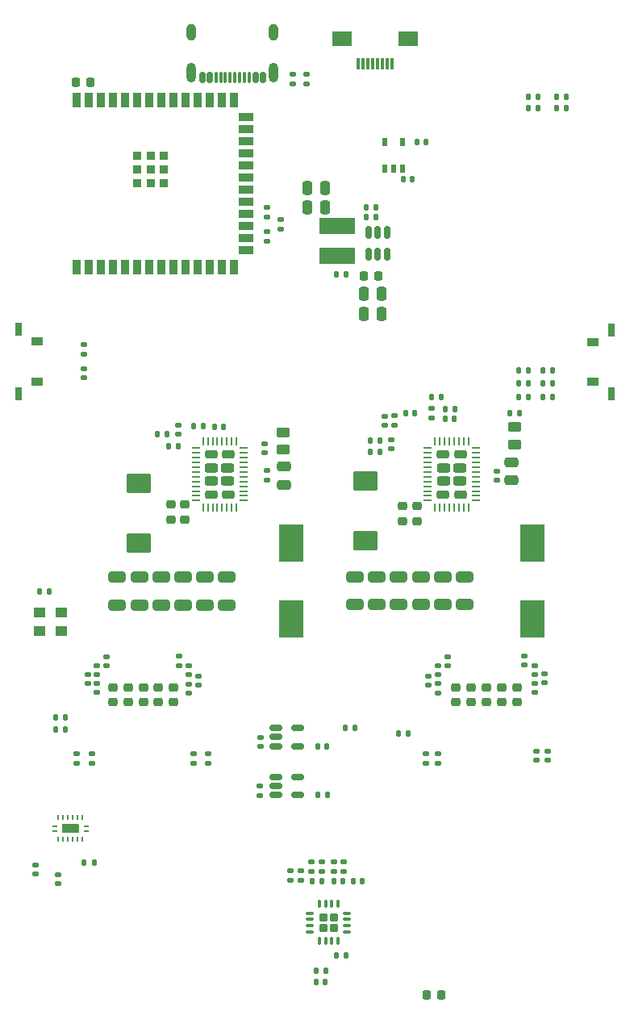
<source format=gbr>
%TF.GenerationSoftware,KiCad,Pcbnew,9.0.1*%
%TF.CreationDate,2025-09-16T14:58:38+08:00*%
%TF.ProjectId,BitaxeGT,42697461-7865-4475-942e-6b696361645f,v800*%
%TF.SameCoordinates,Original*%
%TF.FileFunction,Paste,Bot*%
%TF.FilePolarity,Positive*%
%FSLAX46Y46*%
G04 Gerber Fmt 4.6, Leading zero omitted, Abs format (unit mm)*
G04 Created by KiCad (PCBNEW 9.0.1) date 2025-09-16 14:58:38*
%MOMM*%
%LPD*%
G01*
G04 APERTURE LIST*
G04 Aperture macros list*
%AMRoundRect*
0 Rectangle with rounded corners*
0 $1 Rounding radius*
0 $2 $3 $4 $5 $6 $7 $8 $9 X,Y pos of 4 corners*
0 Add a 4 corners polygon primitive as box body*
4,1,4,$2,$3,$4,$5,$6,$7,$8,$9,$2,$3,0*
0 Add four circle primitives for the rounded corners*
1,1,$1+$1,$2,$3*
1,1,$1+$1,$4,$5*
1,1,$1+$1,$6,$7*
1,1,$1+$1,$8,$9*
0 Add four rect primitives between the rounded corners*
20,1,$1+$1,$2,$3,$4,$5,0*
20,1,$1+$1,$4,$5,$6,$7,0*
20,1,$1+$1,$6,$7,$8,$9,0*
20,1,$1+$1,$8,$9,$2,$3,0*%
G04 Aperture macros list end*
%ADD10C,0.000000*%
%ADD11RoundRect,0.225000X-0.225000X-0.250000X0.225000X-0.250000X0.225000X0.250000X-0.225000X0.250000X0*%
%ADD12R,0.558800X0.952500*%
%ADD13R,3.700000X1.680000*%
%ADD14RoundRect,0.150000X-0.150000X0.512500X-0.150000X-0.512500X0.150000X-0.512500X0.150000X0.512500X0*%
%ADD15RoundRect,0.135000X0.135000X0.185000X-0.135000X0.185000X-0.135000X-0.185000X0.135000X-0.185000X0*%
%ADD16RoundRect,0.135000X-0.135000X-0.185000X0.135000X-0.185000X0.135000X0.185000X-0.135000X0.185000X0*%
%ADD17RoundRect,0.140000X-0.140000X-0.170000X0.140000X-0.170000X0.140000X0.170000X-0.140000X0.170000X0*%
%ADD18RoundRect,0.250000X0.250000X0.475000X-0.250000X0.475000X-0.250000X-0.475000X0.250000X-0.475000X0*%
%ADD19RoundRect,0.135000X0.185000X-0.135000X0.185000X0.135000X-0.185000X0.135000X-0.185000X-0.135000X0*%
%ADD20RoundRect,0.140000X0.170000X-0.140000X0.170000X0.140000X-0.170000X0.140000X-0.170000X-0.140000X0*%
%ADD21RoundRect,0.140000X-0.170000X0.140000X-0.170000X-0.140000X0.170000X-0.140000X0.170000X0.140000X0*%
%ADD22RoundRect,0.250000X-0.650000X0.325000X-0.650000X-0.325000X0.650000X-0.325000X0.650000X0.325000X0*%
%ADD23RoundRect,0.225000X0.225000X0.250000X-0.225000X0.250000X-0.225000X-0.250000X0.225000X-0.250000X0*%
%ADD24RoundRect,0.225000X-0.250000X0.225000X-0.250000X-0.225000X0.250000X-0.225000X0.250000X0.225000X0*%
%ADD25R,1.300000X1.100000*%
%ADD26RoundRect,0.150000X-0.512500X-0.150000X0.512500X-0.150000X0.512500X0.150000X-0.512500X0.150000X0*%
%ADD27RoundRect,0.220588X0.429412X0.229412X-0.429412X0.229412X-0.429412X-0.229412X0.429412X-0.229412X0*%
%ADD28RoundRect,0.232843X0.467157X0.242157X-0.467157X0.242157X-0.467157X-0.242157X0.467157X-0.242157X0*%
%ADD29RoundRect,0.062500X0.337500X0.062500X-0.337500X0.062500X-0.337500X-0.062500X0.337500X-0.062500X0*%
%ADD30RoundRect,0.062500X0.062500X0.337500X-0.062500X0.337500X-0.062500X-0.337500X0.062500X-0.337500X0*%
%ADD31R,0.599999X0.240000*%
%ADD32R,0.240000X0.599999*%
%ADD33RoundRect,0.140000X0.140000X0.170000X-0.140000X0.170000X-0.140000X-0.170000X0.140000X-0.170000X0*%
%ADD34R,1.270000X0.889000*%
%ADD35R,0.787400X1.447800*%
%ADD36RoundRect,0.250000X0.475000X-0.250000X0.475000X0.250000X-0.475000X0.250000X-0.475000X-0.250000X0*%
%ADD37R,2.600000X4.000000*%
%ADD38R,0.300000X1.300000*%
%ADD39R,2.000000X1.600000*%
%ADD40RoundRect,0.150000X-0.150000X-0.425000X0.150000X-0.425000X0.150000X0.425000X-0.150000X0.425000X0*%
%ADD41RoundRect,0.075000X-0.075000X-0.500000X0.075000X-0.500000X0.075000X0.500000X-0.075000X0.500000X0*%
%ADD42O,1.000000X1.800000*%
%ADD43O,1.000000X2.100000*%
%ADD44RoundRect,0.135000X-0.185000X0.135000X-0.185000X-0.135000X0.185000X-0.135000X0.185000X0.135000X0*%
%ADD45RoundRect,0.250000X0.450000X-0.262500X0.450000X0.262500X-0.450000X0.262500X-0.450000X-0.262500X0*%
%ADD46RoundRect,0.250000X-1.025000X0.787500X-1.025000X-0.787500X1.025000X-0.787500X1.025000X0.787500X0*%
%ADD47R,0.900000X1.500000*%
%ADD48R,1.500000X0.900000*%
%ADD49R,0.900000X0.900000*%
%ADD50RoundRect,0.212500X-0.212500X0.212500X-0.212500X-0.212500X0.212500X-0.212500X0.212500X0.212500X0*%
%ADD51RoundRect,0.075000X-0.075000X0.350000X-0.075000X-0.350000X0.075000X-0.350000X0.075000X0.350000X0*%
%ADD52RoundRect,0.075000X-0.350000X0.075000X-0.350000X-0.075000X0.350000X-0.075000X0.350000X0.075000X0*%
G04 APERTURE END LIST*
D10*
%TO.C,U2*%
G36*
X106214999Y-123975000D02*
G01*
X106214999Y-124825000D01*
X106165000Y-124875000D01*
X104475000Y-124875000D01*
X104425001Y-124825000D01*
X104425001Y-123975000D01*
X104475000Y-123925000D01*
X106165000Y-123925000D01*
X106214999Y-123975000D01*
G37*
%TD*%
D11*
%TO.C,C96*%
X137635000Y-66420000D03*
X136085000Y-66420000D03*
%TD*%
D12*
%TO.C,U5*%
X140159800Y-55147950D03*
X139220000Y-55147950D03*
X138280200Y-55147950D03*
X138280200Y-52392050D03*
X140159800Y-52392050D03*
%TD*%
D13*
%TO.C,L3*%
X133290000Y-64280000D03*
X133290000Y-61210000D03*
%TD*%
D14*
%TO.C,U7*%
X136637500Y-61882500D03*
X137587500Y-61882500D03*
X138537500Y-61882500D03*
X138537500Y-64157500D03*
X137587500Y-64157500D03*
X136637500Y-64157500D03*
%TD*%
D15*
%TO.C,R42*%
X137430000Y-59240000D03*
X136410000Y-59240000D03*
%TD*%
D16*
%TO.C,R41*%
X136410000Y-60270000D03*
X137430000Y-60270000D03*
%TD*%
D17*
%TO.C,C101*%
X141670000Y-52390000D03*
X142630000Y-52390000D03*
%TD*%
%TO.C,C100*%
X140230000Y-56300000D03*
X141190000Y-56300000D03*
%TD*%
D18*
%TO.C,C98*%
X132070000Y-59250000D03*
X130170000Y-59250000D03*
%TD*%
D17*
%TO.C,C97*%
X133280000Y-66290000D03*
X134240000Y-66290000D03*
%TD*%
D18*
%TO.C,C63*%
X138020000Y-70390000D03*
X136120000Y-70390000D03*
%TD*%
%TO.C,C50*%
X138020000Y-68280000D03*
X136120000Y-68280000D03*
%TD*%
D19*
%TO.C,R29*%
X134000000Y-128900000D03*
X134000000Y-127880000D03*
%TD*%
D20*
%TO.C,C17*%
X138300000Y-82080000D03*
X138300000Y-81120000D03*
%TD*%
D17*
%TO.C,C37*%
X115650000Y-84320000D03*
X116610000Y-84320000D03*
%TD*%
D15*
%TO.C,R22*%
X157400000Y-47600000D03*
X156380000Y-47600000D03*
%TD*%
D21*
%TO.C,C7*%
X150100000Y-86920000D03*
X150100000Y-87880000D03*
%TD*%
D20*
%TO.C,C84*%
X143950000Y-117530000D03*
X143950000Y-116570000D03*
%TD*%
D19*
%TO.C,R25*%
X128680000Y-46280000D03*
X128680000Y-45260000D03*
%TD*%
D22*
%TO.C,C12*%
X139800000Y-97975000D03*
X139800000Y-100925000D03*
%TD*%
%TO.C,C33*%
X114850000Y-98000000D03*
X114850000Y-100950000D03*
%TD*%
D23*
%TO.C,C49*%
X107425000Y-46150000D03*
X105875000Y-46150000D03*
%TD*%
D24*
%TO.C,C38*%
X116150000Y-109575000D03*
X116150000Y-111125000D03*
%TD*%
D22*
%TO.C,C14*%
X135200000Y-97975000D03*
X135200000Y-100925000D03*
%TD*%
D20*
%TO.C,C65*%
X107125000Y-109205000D03*
X107125000Y-108245000D03*
%TD*%
D25*
%TO.C,U8*%
X102050000Y-101750000D03*
X104350000Y-101750000D03*
X104350000Y-103650000D03*
X102050000Y-103650000D03*
%TD*%
D19*
%TO.C,R20*%
X106700000Y-74640000D03*
X106700000Y-73620000D03*
%TD*%
D26*
%TO.C,U11*%
X126875000Y-120900000D03*
X126875000Y-119950000D03*
X126875000Y-119000000D03*
X129150000Y-119000000D03*
X129150000Y-120900000D03*
%TD*%
D27*
%TO.C,U4*%
X121900000Y-89350000D03*
X121900000Y-85150000D03*
D28*
X121850000Y-87950000D03*
X121850000Y-86550000D03*
X120150000Y-87950000D03*
X120150000Y-86550000D03*
D27*
X120100000Y-89350000D03*
X120100000Y-85150000D03*
D29*
X123500000Y-84500000D03*
X123500000Y-85000000D03*
X123500000Y-85500000D03*
X123500000Y-86000000D03*
X123500000Y-86500000D03*
X123500000Y-87000000D03*
X123500000Y-87500000D03*
X123500000Y-88000000D03*
X123500000Y-88500000D03*
X123500000Y-89000000D03*
X123500000Y-89500000D03*
X123500000Y-90000000D03*
D30*
X122750000Y-90750000D03*
X122250000Y-90750000D03*
X121750000Y-90750000D03*
X121250000Y-90750000D03*
X120750000Y-90750000D03*
X120250000Y-90750000D03*
X119750000Y-90750000D03*
X119250000Y-90750000D03*
D29*
X118500000Y-90000000D03*
X118500000Y-89500000D03*
X118500000Y-89000000D03*
X118500000Y-88500000D03*
X118500000Y-88000000D03*
X118500000Y-87500000D03*
X118500000Y-87000000D03*
X118500000Y-86500000D03*
X118500000Y-86000000D03*
X118500000Y-85500000D03*
X118500000Y-85000000D03*
X118500000Y-84500000D03*
D30*
X119250000Y-83750000D03*
X119750000Y-83750000D03*
X120250000Y-83750000D03*
X120750000Y-83750000D03*
X121250000Y-83750000D03*
X121750000Y-83750000D03*
X122250000Y-83750000D03*
X122750000Y-83750000D03*
%TD*%
D20*
%TO.C,C80*%
X106000000Y-117530000D03*
X106000000Y-116570000D03*
%TD*%
D31*
%TO.C,U2*%
X103670001Y-124150000D03*
D32*
X104070000Y-123250000D03*
X104569999Y-123250000D03*
X105070000Y-123250000D03*
X105570000Y-123250000D03*
X106070001Y-123250000D03*
X106570000Y-123250000D03*
D31*
X106969999Y-124150000D03*
X106969999Y-124650000D03*
D32*
X106570000Y-125550000D03*
X106070001Y-125550000D03*
X105570000Y-125550000D03*
X105070000Y-125550000D03*
X104569999Y-125550000D03*
X104070000Y-125550000D03*
D31*
X103670001Y-124650000D03*
%TD*%
D20*
%TO.C,C85*%
X142600000Y-117530000D03*
X142600000Y-116570000D03*
%TD*%
%TO.C,C75*%
X144940000Y-107310000D03*
X144940000Y-106350000D03*
%TD*%
D21*
%TO.C,C68*%
X116750000Y-106345000D03*
X116750000Y-107305000D03*
%TD*%
D24*
%TO.C,C57*%
X109800000Y-109575000D03*
X109800000Y-111125000D03*
%TD*%
%TO.C,C2*%
X141675000Y-90600000D03*
X141675000Y-92150000D03*
%TD*%
D17*
%TO.C,C53*%
X102120000Y-99500000D03*
X103080000Y-99500000D03*
%TD*%
D16*
%TO.C,R26*%
X103790000Y-114040000D03*
X104810000Y-114040000D03*
%TD*%
D19*
%TO.C,R21*%
X125990000Y-62790000D03*
X125990000Y-61770000D03*
%TD*%
D20*
%TO.C,C87*%
X155400000Y-117270000D03*
X155400000Y-116310000D03*
%TD*%
D22*
%TO.C,C11*%
X142100000Y-97975000D03*
X142100000Y-100925000D03*
%TD*%
D21*
%TO.C,C71*%
X117725000Y-109270000D03*
X117725000Y-110230000D03*
%TD*%
D16*
%TO.C,R23*%
X106780000Y-128020000D03*
X107800000Y-128020000D03*
%TD*%
%TO.C,R9*%
X154940000Y-76300000D03*
X155960000Y-76300000D03*
%TD*%
D33*
%TO.C,C20*%
X145630000Y-81410000D03*
X144670000Y-81410000D03*
%TD*%
D24*
%TO.C,C58*%
X152200000Y-109575000D03*
X152200000Y-111125000D03*
%TD*%
D16*
%TO.C,R19*%
X118290000Y-82200000D03*
X119310000Y-82200000D03*
%TD*%
D24*
%TO.C,C55*%
X112990000Y-109575000D03*
X112990000Y-111125000D03*
%TD*%
D17*
%TO.C,C92*%
X135020000Y-129890000D03*
X135980000Y-129890000D03*
%TD*%
D16*
%TO.C,R8*%
X144640000Y-80360000D03*
X145660000Y-80360000D03*
%TD*%
D19*
%TO.C,R36*%
X130650000Y-128910000D03*
X130650000Y-127890000D03*
%TD*%
D21*
%TO.C,C88*%
X125212500Y-119970000D03*
X125212500Y-120930000D03*
%TD*%
D24*
%TO.C,C23*%
X117325000Y-90425000D03*
X117325000Y-91975000D03*
%TD*%
D16*
%TO.C,R13*%
X152340000Y-77700000D03*
X153360000Y-77700000D03*
%TD*%
D34*
%TO.C,SW1*%
X101797000Y-77485500D03*
X101797000Y-73294500D03*
D35*
X99904700Y-78768200D03*
X99904700Y-72011800D03*
%TD*%
D20*
%TO.C,C66*%
X108125000Y-108255000D03*
X108125000Y-107295000D03*
%TD*%
D22*
%TO.C,C34*%
X112550000Y-98000000D03*
X112550000Y-100950000D03*
%TD*%
D16*
%TO.C,R39*%
X153390000Y-47600000D03*
X154410000Y-47600000D03*
%TD*%
D24*
%TO.C,C60*%
X149000000Y-109575000D03*
X149000000Y-111125000D03*
%TD*%
D22*
%TO.C,C32*%
X117150000Y-98000000D03*
X117150000Y-100950000D03*
%TD*%
D24*
%TO.C,C59*%
X150600000Y-109575000D03*
X150600000Y-111125000D03*
%TD*%
D36*
%TO.C,C29*%
X127725000Y-88325000D03*
X127725000Y-86425000D03*
%TD*%
D37*
%TO.C,L1*%
X153850000Y-94425000D03*
X153850000Y-102375000D03*
%TD*%
D24*
%TO.C,C54*%
X114550000Y-109575000D03*
X114550000Y-111125000D03*
%TD*%
D37*
%TO.C,L2*%
X128500000Y-94425000D03*
X128500000Y-102375000D03*
%TD*%
D20*
%TO.C,C81*%
X107550000Y-117530000D03*
X107550000Y-116570000D03*
%TD*%
%TO.C,C83*%
X118250000Y-117530000D03*
X118250000Y-116570000D03*
%TD*%
D24*
%TO.C,C24*%
X115850000Y-90425000D03*
X115850000Y-91975000D03*
%TD*%
D38*
%TO.C,J2*%
X139070000Y-44180000D03*
X138570000Y-44180000D03*
X138070000Y-44180000D03*
X137570000Y-44180000D03*
X137070000Y-44180000D03*
X136570000Y-44180000D03*
X136070000Y-44180000D03*
X135570000Y-44180000D03*
D39*
X133870000Y-41500000D03*
X140770000Y-41500000D03*
%TD*%
D40*
%TO.C,J4*%
X119150000Y-45640000D03*
X119950000Y-45640000D03*
D41*
X121100000Y-45640000D03*
X122100000Y-45640000D03*
X122600000Y-45640000D03*
X123600000Y-45640000D03*
D40*
X125550000Y-45640000D03*
X124750000Y-45640000D03*
D41*
X124100000Y-45640000D03*
X123100000Y-45640000D03*
X121600000Y-45640000D03*
X120600000Y-45640000D03*
D42*
X118030000Y-40885000D03*
D43*
X118030000Y-45065000D03*
D42*
X126670000Y-40885000D03*
D43*
X126670000Y-45065000D03*
%TD*%
D27*
%TO.C,U1*%
X146250000Y-89350000D03*
X146250000Y-85150000D03*
D28*
X146200000Y-87950000D03*
X146200000Y-86550000D03*
X144500000Y-87950000D03*
X144500000Y-86550000D03*
D27*
X144450000Y-89350000D03*
X144450000Y-85150000D03*
D29*
X147850000Y-84500000D03*
X147850000Y-85000000D03*
X147850000Y-85500000D03*
X147850000Y-86000000D03*
X147850000Y-86500000D03*
X147850000Y-87000000D03*
X147850000Y-87500000D03*
X147850000Y-88000000D03*
X147850000Y-88500000D03*
X147850000Y-89000000D03*
X147850000Y-89500000D03*
X147850000Y-90000000D03*
D30*
X147100000Y-90750000D03*
X146600000Y-90750000D03*
X146100000Y-90750000D03*
X145600000Y-90750000D03*
X145100000Y-90750000D03*
X144600000Y-90750000D03*
X144100000Y-90750000D03*
X143600000Y-90750000D03*
D29*
X142850000Y-90000000D03*
X142850000Y-89500000D03*
X142850000Y-89000000D03*
X142850000Y-88500000D03*
X142850000Y-88000000D03*
X142850000Y-87500000D03*
X142850000Y-87000000D03*
X142850000Y-86500000D03*
X142850000Y-86000000D03*
X142850000Y-85500000D03*
X142850000Y-85000000D03*
X142850000Y-84500000D03*
D30*
X143600000Y-83750000D03*
X144100000Y-83750000D03*
X144600000Y-83750000D03*
X145100000Y-83750000D03*
X145600000Y-83750000D03*
X146100000Y-83750000D03*
X146600000Y-83750000D03*
X147100000Y-83750000D03*
%TD*%
D15*
%TO.C,R40*%
X157410000Y-48800000D03*
X156390000Y-48800000D03*
%TD*%
%TO.C,R4*%
X137790000Y-83690000D03*
X136770000Y-83690000D03*
%TD*%
D20*
%TO.C,C67*%
X109150000Y-107330000D03*
X109150000Y-106370000D03*
%TD*%
D19*
%TO.C,R32*%
X132950000Y-128900000D03*
X132950000Y-127880000D03*
%TD*%
%TO.C,R34*%
X131700000Y-128910000D03*
X131700000Y-127890000D03*
%TD*%
D21*
%TO.C,C90*%
X125262500Y-114820000D03*
X125262500Y-115780000D03*
%TD*%
D44*
%TO.C,R35*%
X129500000Y-128840000D03*
X129500000Y-129860000D03*
%TD*%
D19*
%TO.C,R33*%
X128450000Y-129860000D03*
X128450000Y-128840000D03*
%TD*%
D15*
%TO.C,R30*%
X132110000Y-139300000D03*
X131090000Y-139300000D03*
%TD*%
D45*
%TO.C,R2*%
X151930000Y-84122500D03*
X151930000Y-82297500D03*
%TD*%
D19*
%TO.C,R1*%
X143260000Y-81320000D03*
X143260000Y-80300000D03*
%TD*%
D20*
%TO.C,C64*%
X108125000Y-110155000D03*
X108125000Y-109195000D03*
%TD*%
D33*
%TO.C,C15*%
X141450000Y-80820000D03*
X140490000Y-80820000D03*
%TD*%
D21*
%TO.C,C70*%
X118775000Y-108395000D03*
X118775000Y-109355000D03*
%TD*%
%TO.C,C78*%
X155050000Y-108170000D03*
X155050000Y-109130000D03*
%TD*%
D26*
%TO.C,U12*%
X126875000Y-115762500D03*
X126875000Y-114812500D03*
X126875000Y-113862500D03*
X129150000Y-113862500D03*
X129150000Y-115762500D03*
%TD*%
D33*
%TO.C,C19*%
X152430000Y-80860000D03*
X151470000Y-80860000D03*
%TD*%
D44*
%TO.C,R5*%
X139380000Y-81090000D03*
X139380000Y-82110000D03*
%TD*%
D21*
%TO.C,C76*%
X153010000Y-106310000D03*
X153010000Y-107270000D03*
%TD*%
D20*
%TO.C,C74*%
X143925000Y-108280000D03*
X143925000Y-107320000D03*
%TD*%
D24*
%TO.C,C62*%
X145800000Y-109575000D03*
X145800000Y-111125000D03*
%TD*%
%TO.C,C56*%
X111400000Y-109575000D03*
X111400000Y-111125000D03*
%TD*%
D45*
%TO.C,R15*%
X127695000Y-84652500D03*
X127695000Y-82827500D03*
%TD*%
D21*
%TO.C,C48*%
X106700000Y-76150000D03*
X106700000Y-77110000D03*
%TD*%
D16*
%TO.C,R31*%
X133240000Y-137700000D03*
X134260000Y-137700000D03*
%TD*%
D19*
%TO.C,R14*%
X130090000Y-46280000D03*
X130090000Y-45260000D03*
%TD*%
D46*
%TO.C,C1*%
X136325000Y-87962500D03*
X136325000Y-94187500D03*
%TD*%
D21*
%TO.C,C79*%
X154050000Y-109195000D03*
X154050000Y-110155000D03*
%TD*%
D24*
%TO.C,C61*%
X147400000Y-109575000D03*
X147400000Y-111125000D03*
%TD*%
D16*
%TO.C,R10*%
X154940000Y-77700000D03*
X155960000Y-77700000D03*
%TD*%
%TO.C,R7*%
X154940000Y-79150000D03*
X155960000Y-79150000D03*
%TD*%
D47*
%TO.C,U6*%
X106010000Y-48000000D03*
X107280000Y-48000000D03*
X108550000Y-48000000D03*
X109820000Y-48000000D03*
X111090000Y-48000000D03*
X112360000Y-48000000D03*
X113630000Y-48000000D03*
X114900000Y-48000000D03*
X116170000Y-48000000D03*
X117440000Y-48000000D03*
X118710000Y-48000000D03*
X119980000Y-48000000D03*
X121250000Y-48000000D03*
X122520000Y-48000000D03*
D48*
X123770000Y-49765000D03*
X123770000Y-51035000D03*
X123770000Y-52305000D03*
X123770000Y-53575000D03*
X123770000Y-54845000D03*
X123770000Y-56115000D03*
X123770000Y-57385000D03*
X123770000Y-58655000D03*
X123770000Y-59925000D03*
X123770000Y-61195000D03*
X123770000Y-62465000D03*
X123770000Y-63735000D03*
D47*
X122520000Y-65500000D03*
X121250000Y-65500000D03*
X119980000Y-65500000D03*
X118710000Y-65500000D03*
X117440000Y-65500000D03*
X116170000Y-65500000D03*
X114900000Y-65500000D03*
X113630000Y-65500000D03*
X112360000Y-65500000D03*
X111090000Y-65500000D03*
X109820000Y-65500000D03*
X108550000Y-65500000D03*
X107280000Y-65500000D03*
X106010000Y-65500000D03*
D49*
X115130000Y-53850000D03*
X113730000Y-53850000D03*
X112330000Y-53850000D03*
X115130000Y-55250000D03*
X113730000Y-55250000D03*
X112330000Y-55250000D03*
X115130000Y-56650000D03*
X113730000Y-56650000D03*
X112330000Y-56650000D03*
%TD*%
D24*
%TO.C,C3*%
X140200000Y-90600000D03*
X140200000Y-92150000D03*
%TD*%
D21*
%TO.C,C28*%
X126000000Y-86870000D03*
X126000000Y-87830000D03*
%TD*%
D33*
%TO.C,C91*%
X132230000Y-115750000D03*
X131270000Y-115750000D03*
%TD*%
D22*
%TO.C,C31*%
X119450000Y-98000000D03*
X119450000Y-100950000D03*
%TD*%
D15*
%TO.C,R11*%
X153375000Y-79150000D03*
X152355000Y-79150000D03*
%TD*%
D11*
%TO.C,C41*%
X142695000Y-141880000D03*
X144245000Y-141880000D03*
%TD*%
D33*
%TO.C,C45*%
X121380000Y-82250000D03*
X120420000Y-82250000D03*
%TD*%
D16*
%TO.C,R12*%
X152340000Y-76300000D03*
X153360000Y-76300000D03*
%TD*%
D17*
%TO.C,C18*%
X143260000Y-79160000D03*
X144220000Y-79160000D03*
%TD*%
D22*
%TO.C,C9*%
X146700000Y-97975000D03*
X146700000Y-100925000D03*
%TD*%
D33*
%TO.C,C93*%
X133930000Y-129900000D03*
X132970000Y-129900000D03*
%TD*%
D50*
%TO.C,U13*%
X132950000Y-133750000D03*
X131900000Y-133750000D03*
X132950000Y-134800000D03*
X131900000Y-134800000D03*
D51*
X131450000Y-132325000D03*
X132100000Y-132325000D03*
X132750000Y-132325000D03*
X133400000Y-132325000D03*
D52*
X134375000Y-133300000D03*
X134375000Y-133950000D03*
X134375000Y-134600000D03*
X134375000Y-135250000D03*
D51*
X133400000Y-136225000D03*
X132750000Y-136225000D03*
X132100000Y-136225000D03*
X131450000Y-136225000D03*
D52*
X130475000Y-135250000D03*
X130475000Y-134600000D03*
X130475000Y-133950000D03*
X130475000Y-133300000D03*
%TD*%
D20*
%TO.C,C72*%
X143925000Y-110180000D03*
X143925000Y-109220000D03*
%TD*%
%TO.C,C86*%
X154200000Y-117270000D03*
X154200000Y-116310000D03*
%TD*%
D22*
%TO.C,C13*%
X137500000Y-97975000D03*
X137500000Y-100925000D03*
%TD*%
D44*
%TO.C,R6*%
X127430000Y-60530000D03*
X127430000Y-61550000D03*
%TD*%
D46*
%TO.C,C22*%
X112475000Y-88187500D03*
X112475000Y-94412500D03*
%TD*%
D22*
%TO.C,C10*%
X144400000Y-97975000D03*
X144400000Y-100925000D03*
%TD*%
D17*
%TO.C,C94*%
X131120000Y-140500000D03*
X132080000Y-140500000D03*
%TD*%
D22*
%TO.C,C35*%
X110237500Y-98000000D03*
X110237500Y-100950000D03*
%TD*%
D20*
%TO.C,C73*%
X142900000Y-109380000D03*
X142900000Y-108420000D03*
%TD*%
D21*
%TO.C,C36*%
X116620000Y-82060000D03*
X116620000Y-83020000D03*
%TD*%
D16*
%TO.C,R28*%
X139740000Y-114450000D03*
X140760000Y-114450000D03*
%TD*%
%TO.C,R16*%
X114440000Y-83040000D03*
X115460000Y-83040000D03*
%TD*%
%TO.C,R38*%
X153390000Y-48800000D03*
X154410000Y-48800000D03*
%TD*%
%TO.C,R3*%
X136770000Y-84890000D03*
X137790000Y-84890000D03*
%TD*%
D21*
%TO.C,C16*%
X138970000Y-83620000D03*
X138970000Y-84580000D03*
%TD*%
D44*
%TO.C,R37*%
X125990000Y-59210000D03*
X125990000Y-60230000D03*
%TD*%
D16*
%TO.C,R24*%
X103790000Y-112750000D03*
X104810000Y-112750000D03*
%TD*%
D36*
%TO.C,C8*%
X151625000Y-87875000D03*
X151625000Y-85975000D03*
%TD*%
D33*
%TO.C,C89*%
X132280000Y-120900000D03*
X131320000Y-120900000D03*
%TD*%
D21*
%TO.C,C69*%
X117750000Y-107320000D03*
X117750000Y-108280000D03*
%TD*%
D16*
%TO.C,R27*%
X134190000Y-113850000D03*
X135210000Y-113850000D03*
%TD*%
D21*
%TO.C,C42*%
X125700000Y-84020000D03*
X125700000Y-84980000D03*
%TD*%
%TO.C,C77*%
X154050000Y-107295000D03*
X154050000Y-108255000D03*
%TD*%
D33*
%TO.C,C95*%
X131680000Y-129900000D03*
X130720000Y-129900000D03*
%TD*%
D20*
%TO.C,C51*%
X101700000Y-129170000D03*
X101700000Y-128210000D03*
%TD*%
D22*
%TO.C,C30*%
X121750000Y-98000000D03*
X121750000Y-100950000D03*
%TD*%
D20*
%TO.C,C82*%
X119750000Y-117530000D03*
X119750000Y-116570000D03*
%TD*%
D21*
%TO.C,C52*%
X104000000Y-129210000D03*
X104000000Y-130170000D03*
%TD*%
D34*
%TO.C,SW2*%
X160203000Y-73344500D03*
X160203000Y-77535500D03*
D35*
X162095300Y-72061800D03*
X162095300Y-78818200D03*
%TD*%
D18*
%TO.C,C99*%
X130160000Y-57190000D03*
X132060000Y-57190000D03*
%TD*%
M02*

</source>
